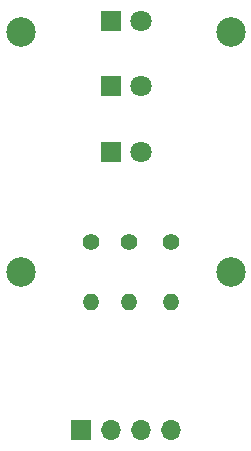
<source format=gbr>
%TF.GenerationSoftware,KiCad,Pcbnew,7.0.7*%
%TF.CreationDate,2024-02-26T20:13:22+05:30*%
%TF.ProjectId,Arduino Traffic Light Controller,41726475-696e-46f2-9054-726166666963,v01*%
%TF.SameCoordinates,Original*%
%TF.FileFunction,Soldermask,Bot*%
%TF.FilePolarity,Negative*%
%FSLAX46Y46*%
G04 Gerber Fmt 4.6, Leading zero omitted, Abs format (unit mm)*
G04 Created by KiCad (PCBNEW 7.0.7) date 2024-02-26 20:13:22*
%MOMM*%
%LPD*%
G01*
G04 APERTURE LIST*
%ADD10R,1.700000X1.700000*%
%ADD11O,1.700000X1.700000*%
%ADD12O,1.400000X1.400000*%
%ADD13C,1.400000*%
%ADD14C,2.500000*%
%ADD15C,1.800000*%
%ADD16R,1.800000X1.800000*%
G04 APERTURE END LIST*
D10*
%TO.C,J2*%
X149860000Y-107385000D03*
D11*
X152400000Y-107385000D03*
X154940000Y-107385000D03*
X157480000Y-107385000D03*
%TD*%
D12*
%TO.C,R3*%
X157480000Y-96520000D03*
D13*
X157480000Y-91440000D03*
%TD*%
%TO.C,R2*%
X153915000Y-91440000D03*
D12*
X153915000Y-96520000D03*
%TD*%
%TO.C,R1*%
X150765000Y-96520000D03*
D13*
X150765000Y-91440000D03*
%TD*%
D14*
%TO.C,H4*%
X162560000Y-93980000D03*
%TD*%
%TO.C,H3*%
X144780000Y-93980000D03*
%TD*%
%TO.C,H2*%
X162560000Y-73660000D03*
%TD*%
%TO.C,H1*%
X144780000Y-73660000D03*
%TD*%
D15*
%TO.C,D3*%
X154940000Y-83820000D03*
D16*
X152400000Y-83820000D03*
%TD*%
%TO.C,D2*%
X152400000Y-78270000D03*
D15*
X154940000Y-78270000D03*
%TD*%
D16*
%TO.C,D1*%
X152400000Y-72720000D03*
D15*
X154940000Y-72720000D03*
%TD*%
M02*

</source>
